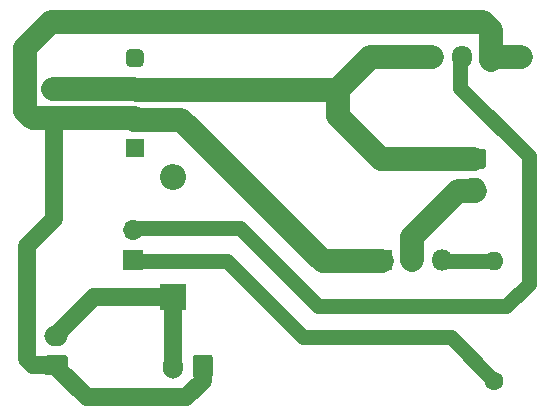
<source format=gbr>
%TF.GenerationSoftware,KiCad,Pcbnew,(5.1.8-0-10_14)*%
%TF.CreationDate,2021-10-12T17:54:55-04:00*%
%TF.ProjectId,Exposure-controll,4578706f-7375-4726-952d-636f6e74726f,rev?*%
%TF.SameCoordinates,PX97fa40PY44b2ea0*%
%TF.FileFunction,Copper,L2,Bot*%
%TF.FilePolarity,Positive*%
%FSLAX46Y46*%
G04 Gerber Fmt 4.6, Leading zero omitted, Abs format (unit mm)*
G04 Created by KiCad (PCBNEW (5.1.8-0-10_14)) date 2021-10-12 17:54:55*
%MOMM*%
%LPD*%
G01*
G04 APERTURE LIST*
%TA.AperFunction,ComponentPad*%
%ADD10O,1.700000X1.700000*%
%TD*%
%TA.AperFunction,ComponentPad*%
%ADD11R,1.700000X1.700000*%
%TD*%
%TA.AperFunction,ComponentPad*%
%ADD12O,2.000000X1.700000*%
%TD*%
%TA.AperFunction,ComponentPad*%
%ADD13O,1.700000X2.000000*%
%TD*%
%TA.AperFunction,ComponentPad*%
%ADD14O,1.700000X1.950000*%
%TD*%
%TA.AperFunction,ComponentPad*%
%ADD15R,1.524000X1.524000*%
%TD*%
%TA.AperFunction,ComponentPad*%
%ADD16O,1.800000X1.800000*%
%TD*%
%TA.AperFunction,ComponentPad*%
%ADD17R,1.800000X1.800000*%
%TD*%
%TA.AperFunction,ComponentPad*%
%ADD18O,2.200000X2.200000*%
%TD*%
%TA.AperFunction,ComponentPad*%
%ADD19R,2.200000X2.200000*%
%TD*%
%TA.AperFunction,ComponentPad*%
%ADD20C,1.600000*%
%TD*%
%TA.AperFunction,ComponentPad*%
%ADD21O,1.600000X1.600000*%
%TD*%
%TA.AperFunction,Conductor*%
%ADD22C,2.000000*%
%TD*%
%TA.AperFunction,Conductor*%
%ADD23C,1.500000*%
%TD*%
%TA.AperFunction,Conductor*%
%ADD24C,1.250000*%
%TD*%
G04 APERTURE END LIST*
D10*
%TO.P,J1,2*%
%TO.N,UVControl*%
X12600000Y15740000D03*
D11*
%TO.P,J1,1*%
%TO.N,SafelightControl*%
X12600000Y13200000D03*
%TD*%
D12*
%TO.P,J5,2*%
%TO.N,SafelightGnd*%
X41500000Y19300000D03*
%TO.P,J5,1*%
%TO.N,+24V*%
%TA.AperFunction,ComponentPad*%
G36*
G01*
X40750000Y22650000D02*
X42250000Y22650000D01*
G75*
G02*
X42500000Y22400000I0J-250000D01*
G01*
X42500000Y21200000D01*
G75*
G02*
X42250000Y20950000I-250000J0D01*
G01*
X40750000Y20950000D01*
G75*
G02*
X40500000Y21200000I0J250000D01*
G01*
X40500000Y22400000D01*
G75*
G02*
X40750000Y22650000I250000J0D01*
G01*
G37*
%TD.AperFunction*%
%TD*%
D13*
%TO.P,J4,2*%
%TO.N,+5V*%
X16000000Y4200000D03*
%TO.P,J4,1*%
%TO.N,GND*%
%TA.AperFunction,ComponentPad*%
G36*
G01*
X19350000Y4950000D02*
X19350000Y3450000D01*
G75*
G02*
X19100000Y3200000I-250000J0D01*
G01*
X17900000Y3200000D01*
G75*
G02*
X17650000Y3450000I0J250000D01*
G01*
X17650000Y4950000D01*
G75*
G02*
X17900000Y5200000I250000J0D01*
G01*
X19100000Y5200000D01*
G75*
G02*
X19350000Y4950000I0J-250000D01*
G01*
G37*
%TD.AperFunction*%
%TD*%
D12*
%TO.P,J3,2*%
%TO.N,+5V*%
X6100000Y6800000D03*
%TO.P,J3,1*%
%TO.N,GND*%
%TA.AperFunction,ComponentPad*%
G36*
G01*
X6850000Y3450000D02*
X5350000Y3450000D01*
G75*
G02*
X5100000Y3700000I0J250000D01*
G01*
X5100000Y4900000D01*
G75*
G02*
X5350000Y5150000I250000J0D01*
G01*
X6850000Y5150000D01*
G75*
G02*
X7100000Y4900000I0J-250000D01*
G01*
X7100000Y3700000D01*
G75*
G02*
X6850000Y3450000I-250000J0D01*
G01*
G37*
%TD.AperFunction*%
%TD*%
%TO.P,J2,1*%
%TO.N,GND*%
%TA.AperFunction,ComponentPad*%
G36*
G01*
X6650000Y24350000D02*
X5150000Y24350000D01*
G75*
G02*
X4900000Y24600000I0J250000D01*
G01*
X4900000Y25800000D01*
G75*
G02*
X5150000Y26050000I250000J0D01*
G01*
X6650000Y26050000D01*
G75*
G02*
X6900000Y25800000I0J-250000D01*
G01*
X6900000Y24600000D01*
G75*
G02*
X6650000Y24350000I-250000J0D01*
G01*
G37*
%TD.AperFunction*%
%TO.P,J2,2*%
%TO.N,+24V*%
X5900000Y27700000D03*
%TD*%
D14*
%TO.P,J7,5*%
%TO.N,GND*%
X45450000Y30400000D03*
%TO.P,J7,4*%
X42950000Y30400000D03*
%TO.P,J7,3*%
%TO.N,UVControl*%
X40450000Y30400000D03*
%TO.P,J7,2*%
%TO.N,+24V*%
X37950000Y30400000D03*
%TO.P,J7,1*%
%TA.AperFunction,ComponentPad*%
G36*
G01*
X34600000Y29675000D02*
X34600000Y31125000D01*
G75*
G02*
X34850000Y31375000I250000J0D01*
G01*
X36050000Y31375000D01*
G75*
G02*
X36300000Y31125000I0J-250000D01*
G01*
X36300000Y29675000D01*
G75*
G02*
X36050000Y29425000I-250000J0D01*
G01*
X34850000Y29425000D01*
G75*
G02*
X34600000Y29675000I0J250000D01*
G01*
G37*
%TD.AperFunction*%
%TD*%
%TO.P,U1,4*%
%TO.N,Net-(U1-Pad4)*%
%TA.AperFunction,ComponentPad*%
G36*
G01*
X13131000Y29548000D02*
X12369000Y29548000D01*
G75*
G02*
X11988000Y29929000I0J381000D01*
G01*
X11988000Y30691000D01*
G75*
G02*
X12369000Y31072000I381000J0D01*
G01*
X13131000Y31072000D01*
G75*
G02*
X13512000Y30691000I0J-381000D01*
G01*
X13512000Y29929000D01*
G75*
G02*
X13131000Y29548000I-381000J0D01*
G01*
G37*
%TD.AperFunction*%
%TO.P,U1,3*%
%TO.N,+24V*%
%TA.AperFunction,ComponentPad*%
G36*
G01*
X13131000Y27008000D02*
X12369000Y27008000D01*
G75*
G02*
X11988000Y27389000I0J381000D01*
G01*
X11988000Y28151000D01*
G75*
G02*
X12369000Y28532000I381000J0D01*
G01*
X13131000Y28532000D01*
G75*
G02*
X13512000Y28151000I0J-381000D01*
G01*
X13512000Y27389000D01*
G75*
G02*
X13131000Y27008000I-381000J0D01*
G01*
G37*
%TD.AperFunction*%
%TO.P,U1,2*%
%TO.N,GND*%
%TA.AperFunction,ComponentPad*%
G36*
G01*
X13131000Y24468000D02*
X12369000Y24468000D01*
G75*
G02*
X11988000Y24849000I0J381000D01*
G01*
X11988000Y25611000D01*
G75*
G02*
X12369000Y25992000I381000J0D01*
G01*
X13131000Y25992000D01*
G75*
G02*
X13512000Y25611000I0J-381000D01*
G01*
X13512000Y24849000D01*
G75*
G02*
X13131000Y24468000I-381000J0D01*
G01*
G37*
%TD.AperFunction*%
D15*
%TO.P,U1,1*%
%TO.N,Net-(D1-Pad2)*%
X12750000Y22690000D03*
%TD*%
D16*
%TO.P,Q1,3*%
%TO.N,Net-(Q1-Pad3)*%
X38780000Y13200000D03*
%TO.P,Q1,2*%
%TO.N,SafelightGnd*%
X36240000Y13200000D03*
D17*
%TO.P,Q1,1*%
%TO.N,GND*%
X33700000Y13200000D03*
%TD*%
D18*
%TO.P,D1,2*%
%TO.N,Net-(D1-Pad2)*%
X16000000Y20260000D03*
D19*
%TO.P,D1,1*%
%TO.N,+5V*%
X16000000Y10100000D03*
%TD*%
D20*
%TO.P,R3,1*%
%TO.N,SafelightControl*%
X43200000Y3000000D03*
D21*
%TO.P,R3,2*%
%TO.N,Net-(Q1-Pad3)*%
X43200000Y13160000D03*
%TD*%
D22*
%TO.N,GND*%
X42950000Y30400000D02*
X45450000Y30400000D01*
X12800000Y25200000D02*
X5700000Y25200000D01*
X3450000Y25850000D02*
X4100000Y25200000D01*
X3450000Y31150000D02*
X3450000Y25850000D01*
X4100000Y25200000D02*
X5800000Y25200000D01*
X5700000Y33400000D02*
X3450000Y31150000D01*
X42950000Y30150000D02*
X42950000Y32650000D01*
X42200000Y33400000D02*
X5700000Y33400000D01*
X42950000Y32650000D02*
X42200000Y33400000D01*
X33700000Y13100000D02*
X28700000Y13100000D01*
X16700000Y25100000D02*
X12700000Y25100000D01*
X28700000Y13100000D02*
X16700000Y25100000D01*
D23*
X5900000Y16700000D02*
X5900000Y25200000D01*
X18500000Y4200000D02*
X18500000Y3000000D01*
X18500000Y3000000D02*
X17100000Y1600000D01*
X8700000Y1600000D02*
X6100000Y4200000D01*
X17100000Y1600000D02*
X8700000Y1600000D01*
X6100000Y4300000D02*
X4100000Y4300000D01*
X4100000Y4300000D02*
X3600000Y4800000D01*
X3600000Y14400000D02*
X5900000Y16700000D01*
X3600000Y4800000D02*
X3600000Y14400000D01*
%TO.N,+5V*%
X16000000Y4200000D02*
X16000000Y9900000D01*
X9300000Y10100000D02*
X6000000Y6800000D01*
X16000000Y10100000D02*
X9300000Y10100000D01*
D24*
%TO.N,Net-(Q1-Pad3)*%
X43100000Y13100000D02*
X38900000Y13100000D01*
%TO.N,UVControl*%
X12700000Y15900000D02*
X21700000Y15900000D01*
X21700000Y15900000D02*
X28300000Y9300000D01*
X28300000Y9300000D02*
X44200000Y9300000D01*
X44200000Y9300000D02*
X46100000Y11200000D01*
X46100000Y11200000D02*
X46100000Y22000000D01*
X40300000Y27800000D02*
X40300000Y30700000D01*
X46100000Y22000000D02*
X40300000Y27800000D01*
D22*
%TO.N,+24V*%
X12950000Y27650000D02*
X29950000Y27650000D01*
X37950000Y30400000D02*
X35450000Y30400000D01*
X32700000Y30400000D02*
X29950000Y27650000D01*
X35450000Y30400000D02*
X32700000Y30400000D01*
X12700000Y27700000D02*
X5800000Y27700000D01*
X29950000Y25450000D02*
X29950000Y27650000D01*
X33600000Y21800000D02*
X29950000Y25450000D01*
X41500000Y21800000D02*
X33600000Y21800000D01*
D24*
%TO.N,SafelightControl*%
X12700000Y13100000D02*
X20600000Y13100000D01*
X20600000Y13100000D02*
X27000000Y6700000D01*
X39500000Y6700000D02*
X43200000Y3000000D01*
X27000000Y6700000D02*
X39500000Y6700000D01*
D22*
%TO.N,SafelightGnd*%
X36200000Y13200000D02*
X36200000Y15200000D01*
X40100000Y19100000D02*
X41600000Y19100000D01*
X36200000Y15200000D02*
X40100000Y19100000D01*
%TD*%
M02*

</source>
